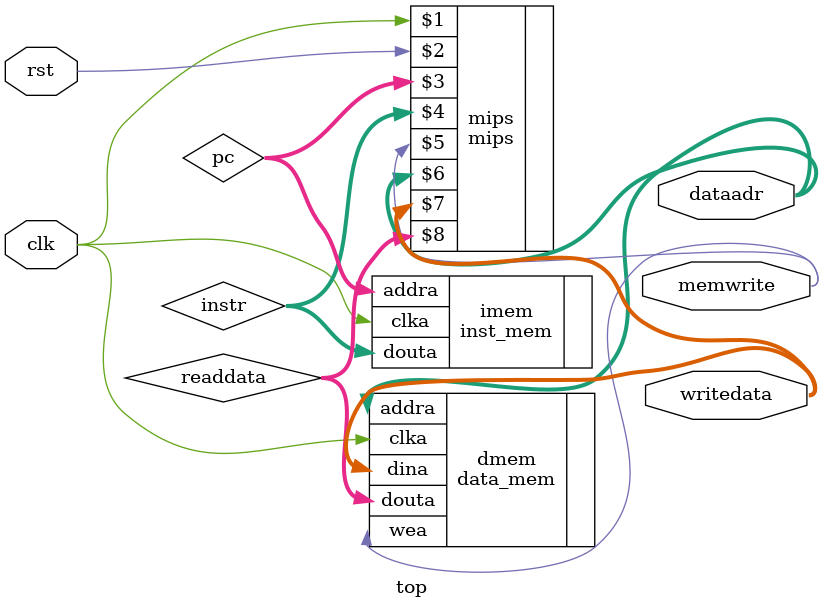
<source format=v>
`timescale 1ns / 1ps


module top(
	input wire clk,rst,
	output wire[31:0] writedata,dataadr,
	output wire memwrite
    );
	// wire clk;
	wire[31:0] pc,instr,readdata;

	//   clk_div instance_name(
 //    	// Clock out ports
	//     .clk_out1(hclk),     // output clk_out1
	//    // Clock in ports
	//     .clk_in1(clk)
 //    	); 
   	

	mips mips(clk,rst,pc,instr,memwrite,dataadr,writedata,readdata);
	inst_mem imem(.clka(clk),.addra(pc),.douta(instr));
	data_mem dmem(.clka(clk),.wea(memwrite),.addra(dataadr),.dina(writedata),.douta(readdata));
endmodule
</source>
